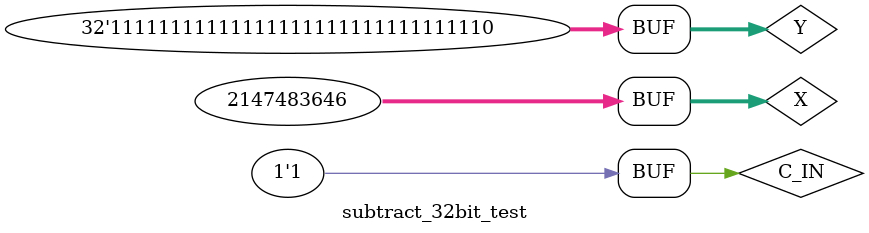
<source format=v>
`timescale 1ns / 1ps


module subtract_32bit_test;

	// Inputs
	reg [31:0] X;
	reg [31:0] Y;
	reg C_IN;

	// Outputs
	wire [31:0] Z;
	wire C_OUT;

	// Instantiate the Unit Under Test (UUT)
	subtract_32bit uut (
		.X(X), 
		.Y(Y), 
		.C_IN(C_IN), 
		.Z(Z), 
		.C_OUT(C_OUT)
	);

	initial begin
		// Initialize Inputs
		X = 0;
		Y = 0;
		C_IN = 0;

		// Test 0, +/-1, N-1, and N, where N is the largest +/- 32-bit integer.
      X = 32'h0; Y = 32'h0; C_IN = 1'b0; #10;
      X = 32'h1; Y = 32'h0; C_IN = 1'b0; #10;
      X = 32'h0; Y = 32'h1; C_IN = 1'b1; #10;
      X = 32'h1; Y = 32'h1; C_IN = 1'b1; #10;
      X = 32'hffffffff; Y = 32'h0; C_IN = 1'b0; #10;
      X = 32'h0; Y = 32'hffffffff; C_IN = 1'b1; #10;
      X = 32'hffffffff; Y = 32'hffffffff; C_IN = 1'b0; #10;
      X = 32'h1; Y = 32'hffffffff; C_IN = 1'b0; #10;
      X = 32'hffffffff; Y = 32'h1; C_IN = 1'b0; #10;
      X = 32'hffffffff; Y = 32'h2; C_IN = 1'b0; #10;
      X = 32'b0011; Y = 32'b1100; C_IN = 1'b0; #100;
      X = 32'b0001; Y = 32'b1111; C_IN = 1'b0; #100;
      X = 32'hffffffff; Y = 32'h7fffffff; C_IN = 1'b0; #10;
      X = 32'hffffffff; Y = 32'h7fffffff; C_IN = 1'b1; #10;
      X = 32'h80000000; Y = 32'h7ffffffe; C_IN = 1'b0; #10;
      X = 32'h80000000; Y = 32'h1; C_IN = 1'b0; #10;
      X = 32'h7fffffff; Y = 32'h1; C_IN = 1'b0; #10;
      X = 32'h7fffffff; Y = 32'h7fffffff; C_IN = 1'b0; #10;
      X = 32'h7ffffffe; Y = 32'hfffffffe; C_IN = 1'b1; #10;

	end
      
endmodule


</source>
